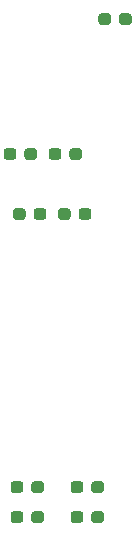
<source format=gbr>
G04 #@! TF.GenerationSoftware,KiCad,Pcbnew,(5.0.0)*
G04 #@! TF.CreationDate,2019-02-06T23:56:32-08:00*
G04 #@! TF.ProjectId,Tele(8)_PCB_v1,54656C652838295F5043425F76312E6B,rev?*
G04 #@! TF.SameCoordinates,Original*
G04 #@! TF.FileFunction,Paste,Top*
G04 #@! TF.FilePolarity,Positive*
%FSLAX46Y46*%
G04 Gerber Fmt 4.6, Leading zero omitted, Abs format (unit mm)*
G04 Created by KiCad (PCBNEW (5.0.0)) date 02/06/19 23:56:32*
%MOMM*%
%LPD*%
G01*
G04 APERTURE LIST*
%ADD10C,0.100000*%
%ADD11C,0.950000*%
G04 APERTURE END LIST*
D10*
G04 #@! TO.C,D1*
G36*
X98687553Y-117891526D02*
X98710608Y-117894945D01*
X98733217Y-117900609D01*
X98755161Y-117908461D01*
X98776231Y-117918426D01*
X98796222Y-117930408D01*
X98814942Y-117944292D01*
X98832212Y-117959944D01*
X98847864Y-117977214D01*
X98861748Y-117995934D01*
X98873730Y-118015925D01*
X98883695Y-118036995D01*
X98891547Y-118058939D01*
X98897211Y-118081548D01*
X98900630Y-118104603D01*
X98901774Y-118127882D01*
X98901774Y-118602882D01*
X98900630Y-118626161D01*
X98897211Y-118649216D01*
X98891547Y-118671825D01*
X98883695Y-118693769D01*
X98873730Y-118714839D01*
X98861748Y-118734830D01*
X98847864Y-118753550D01*
X98832212Y-118770820D01*
X98814942Y-118786472D01*
X98796222Y-118800356D01*
X98776231Y-118812338D01*
X98755161Y-118822303D01*
X98733217Y-118830155D01*
X98710608Y-118835819D01*
X98687553Y-118839238D01*
X98664274Y-118840382D01*
X98089274Y-118840382D01*
X98065995Y-118839238D01*
X98042940Y-118835819D01*
X98020331Y-118830155D01*
X97998387Y-118822303D01*
X97977317Y-118812338D01*
X97957326Y-118800356D01*
X97938606Y-118786472D01*
X97921336Y-118770820D01*
X97905684Y-118753550D01*
X97891800Y-118734830D01*
X97879818Y-118714839D01*
X97869853Y-118693769D01*
X97862001Y-118671825D01*
X97856337Y-118649216D01*
X97852918Y-118626161D01*
X97851774Y-118602882D01*
X97851774Y-118127882D01*
X97852918Y-118104603D01*
X97856337Y-118081548D01*
X97862001Y-118058939D01*
X97869853Y-118036995D01*
X97879818Y-118015925D01*
X97891800Y-117995934D01*
X97905684Y-117977214D01*
X97921336Y-117959944D01*
X97938606Y-117944292D01*
X97957326Y-117930408D01*
X97977317Y-117918426D01*
X97998387Y-117908461D01*
X98020331Y-117900609D01*
X98042940Y-117894945D01*
X98065995Y-117891526D01*
X98089274Y-117890382D01*
X98664274Y-117890382D01*
X98687553Y-117891526D01*
X98687553Y-117891526D01*
G37*
D11*
X98376774Y-118365382D03*
D10*
G36*
X100437553Y-117891526D02*
X100460608Y-117894945D01*
X100483217Y-117900609D01*
X100505161Y-117908461D01*
X100526231Y-117918426D01*
X100546222Y-117930408D01*
X100564942Y-117944292D01*
X100582212Y-117959944D01*
X100597864Y-117977214D01*
X100611748Y-117995934D01*
X100623730Y-118015925D01*
X100633695Y-118036995D01*
X100641547Y-118058939D01*
X100647211Y-118081548D01*
X100650630Y-118104603D01*
X100651774Y-118127882D01*
X100651774Y-118602882D01*
X100650630Y-118626161D01*
X100647211Y-118649216D01*
X100641547Y-118671825D01*
X100633695Y-118693769D01*
X100623730Y-118714839D01*
X100611748Y-118734830D01*
X100597864Y-118753550D01*
X100582212Y-118770820D01*
X100564942Y-118786472D01*
X100546222Y-118800356D01*
X100526231Y-118812338D01*
X100505161Y-118822303D01*
X100483217Y-118830155D01*
X100460608Y-118835819D01*
X100437553Y-118839238D01*
X100414274Y-118840382D01*
X99839274Y-118840382D01*
X99815995Y-118839238D01*
X99792940Y-118835819D01*
X99770331Y-118830155D01*
X99748387Y-118822303D01*
X99727317Y-118812338D01*
X99707326Y-118800356D01*
X99688606Y-118786472D01*
X99671336Y-118770820D01*
X99655684Y-118753550D01*
X99641800Y-118734830D01*
X99629818Y-118714839D01*
X99619853Y-118693769D01*
X99612001Y-118671825D01*
X99606337Y-118649216D01*
X99602918Y-118626161D01*
X99601774Y-118602882D01*
X99601774Y-118127882D01*
X99602918Y-118104603D01*
X99606337Y-118081548D01*
X99612001Y-118058939D01*
X99619853Y-118036995D01*
X99629818Y-118015925D01*
X99641800Y-117995934D01*
X99655684Y-117977214D01*
X99671336Y-117959944D01*
X99688606Y-117944292D01*
X99707326Y-117930408D01*
X99727317Y-117918426D01*
X99748387Y-117908461D01*
X99770331Y-117900609D01*
X99792940Y-117894945D01*
X99815995Y-117891526D01*
X99839274Y-117890382D01*
X100414274Y-117890382D01*
X100437553Y-117891526D01*
X100437553Y-117891526D01*
G37*
D11*
X100126774Y-118365382D03*
G04 #@! TD*
D10*
G04 #@! TO.C,D2*
G36*
X100437553Y-120431526D02*
X100460608Y-120434945D01*
X100483217Y-120440609D01*
X100505161Y-120448461D01*
X100526231Y-120458426D01*
X100546222Y-120470408D01*
X100564942Y-120484292D01*
X100582212Y-120499944D01*
X100597864Y-120517214D01*
X100611748Y-120535934D01*
X100623730Y-120555925D01*
X100633695Y-120576995D01*
X100641547Y-120598939D01*
X100647211Y-120621548D01*
X100650630Y-120644603D01*
X100651774Y-120667882D01*
X100651774Y-121142882D01*
X100650630Y-121166161D01*
X100647211Y-121189216D01*
X100641547Y-121211825D01*
X100633695Y-121233769D01*
X100623730Y-121254839D01*
X100611748Y-121274830D01*
X100597864Y-121293550D01*
X100582212Y-121310820D01*
X100564942Y-121326472D01*
X100546222Y-121340356D01*
X100526231Y-121352338D01*
X100505161Y-121362303D01*
X100483217Y-121370155D01*
X100460608Y-121375819D01*
X100437553Y-121379238D01*
X100414274Y-121380382D01*
X99839274Y-121380382D01*
X99815995Y-121379238D01*
X99792940Y-121375819D01*
X99770331Y-121370155D01*
X99748387Y-121362303D01*
X99727317Y-121352338D01*
X99707326Y-121340356D01*
X99688606Y-121326472D01*
X99671336Y-121310820D01*
X99655684Y-121293550D01*
X99641800Y-121274830D01*
X99629818Y-121254839D01*
X99619853Y-121233769D01*
X99612001Y-121211825D01*
X99606337Y-121189216D01*
X99602918Y-121166161D01*
X99601774Y-121142882D01*
X99601774Y-120667882D01*
X99602918Y-120644603D01*
X99606337Y-120621548D01*
X99612001Y-120598939D01*
X99619853Y-120576995D01*
X99629818Y-120555925D01*
X99641800Y-120535934D01*
X99655684Y-120517214D01*
X99671336Y-120499944D01*
X99688606Y-120484292D01*
X99707326Y-120470408D01*
X99727317Y-120458426D01*
X99748387Y-120448461D01*
X99770331Y-120440609D01*
X99792940Y-120434945D01*
X99815995Y-120431526D01*
X99839274Y-120430382D01*
X100414274Y-120430382D01*
X100437553Y-120431526D01*
X100437553Y-120431526D01*
G37*
D11*
X100126774Y-120905382D03*
D10*
G36*
X98687553Y-120431526D02*
X98710608Y-120434945D01*
X98733217Y-120440609D01*
X98755161Y-120448461D01*
X98776231Y-120458426D01*
X98796222Y-120470408D01*
X98814942Y-120484292D01*
X98832212Y-120499944D01*
X98847864Y-120517214D01*
X98861748Y-120535934D01*
X98873730Y-120555925D01*
X98883695Y-120576995D01*
X98891547Y-120598939D01*
X98897211Y-120621548D01*
X98900630Y-120644603D01*
X98901774Y-120667882D01*
X98901774Y-121142882D01*
X98900630Y-121166161D01*
X98897211Y-121189216D01*
X98891547Y-121211825D01*
X98883695Y-121233769D01*
X98873730Y-121254839D01*
X98861748Y-121274830D01*
X98847864Y-121293550D01*
X98832212Y-121310820D01*
X98814942Y-121326472D01*
X98796222Y-121340356D01*
X98776231Y-121352338D01*
X98755161Y-121362303D01*
X98733217Y-121370155D01*
X98710608Y-121375819D01*
X98687553Y-121379238D01*
X98664274Y-121380382D01*
X98089274Y-121380382D01*
X98065995Y-121379238D01*
X98042940Y-121375819D01*
X98020331Y-121370155D01*
X97998387Y-121362303D01*
X97977317Y-121352338D01*
X97957326Y-121340356D01*
X97938606Y-121326472D01*
X97921336Y-121310820D01*
X97905684Y-121293550D01*
X97891800Y-121274830D01*
X97879818Y-121254839D01*
X97869853Y-121233769D01*
X97862001Y-121211825D01*
X97856337Y-121189216D01*
X97852918Y-121166161D01*
X97851774Y-121142882D01*
X97851774Y-120667882D01*
X97852918Y-120644603D01*
X97856337Y-120621548D01*
X97862001Y-120598939D01*
X97869853Y-120576995D01*
X97879818Y-120555925D01*
X97891800Y-120535934D01*
X97905684Y-120517214D01*
X97921336Y-120499944D01*
X97938606Y-120484292D01*
X97957326Y-120470408D01*
X97977317Y-120458426D01*
X97998387Y-120448461D01*
X98020331Y-120440609D01*
X98042940Y-120434945D01*
X98065995Y-120431526D01*
X98089274Y-120430382D01*
X98664274Y-120430382D01*
X98687553Y-120431526D01*
X98687553Y-120431526D01*
G37*
D11*
X98376774Y-120905382D03*
G04 #@! TD*
D10*
G04 #@! TO.C,R1*
G36*
X103767553Y-117891526D02*
X103790608Y-117894945D01*
X103813217Y-117900609D01*
X103835161Y-117908461D01*
X103856231Y-117918426D01*
X103876222Y-117930408D01*
X103894942Y-117944292D01*
X103912212Y-117959944D01*
X103927864Y-117977214D01*
X103941748Y-117995934D01*
X103953730Y-118015925D01*
X103963695Y-118036995D01*
X103971547Y-118058939D01*
X103977211Y-118081548D01*
X103980630Y-118104603D01*
X103981774Y-118127882D01*
X103981774Y-118602882D01*
X103980630Y-118626161D01*
X103977211Y-118649216D01*
X103971547Y-118671825D01*
X103963695Y-118693769D01*
X103953730Y-118714839D01*
X103941748Y-118734830D01*
X103927864Y-118753550D01*
X103912212Y-118770820D01*
X103894942Y-118786472D01*
X103876222Y-118800356D01*
X103856231Y-118812338D01*
X103835161Y-118822303D01*
X103813217Y-118830155D01*
X103790608Y-118835819D01*
X103767553Y-118839238D01*
X103744274Y-118840382D01*
X103169274Y-118840382D01*
X103145995Y-118839238D01*
X103122940Y-118835819D01*
X103100331Y-118830155D01*
X103078387Y-118822303D01*
X103057317Y-118812338D01*
X103037326Y-118800356D01*
X103018606Y-118786472D01*
X103001336Y-118770820D01*
X102985684Y-118753550D01*
X102971800Y-118734830D01*
X102959818Y-118714839D01*
X102949853Y-118693769D01*
X102942001Y-118671825D01*
X102936337Y-118649216D01*
X102932918Y-118626161D01*
X102931774Y-118602882D01*
X102931774Y-118127882D01*
X102932918Y-118104603D01*
X102936337Y-118081548D01*
X102942001Y-118058939D01*
X102949853Y-118036995D01*
X102959818Y-118015925D01*
X102971800Y-117995934D01*
X102985684Y-117977214D01*
X103001336Y-117959944D01*
X103018606Y-117944292D01*
X103037326Y-117930408D01*
X103057317Y-117918426D01*
X103078387Y-117908461D01*
X103100331Y-117900609D01*
X103122940Y-117894945D01*
X103145995Y-117891526D01*
X103169274Y-117890382D01*
X103744274Y-117890382D01*
X103767553Y-117891526D01*
X103767553Y-117891526D01*
G37*
D11*
X103456774Y-118365382D03*
D10*
G36*
X105517553Y-117891526D02*
X105540608Y-117894945D01*
X105563217Y-117900609D01*
X105585161Y-117908461D01*
X105606231Y-117918426D01*
X105626222Y-117930408D01*
X105644942Y-117944292D01*
X105662212Y-117959944D01*
X105677864Y-117977214D01*
X105691748Y-117995934D01*
X105703730Y-118015925D01*
X105713695Y-118036995D01*
X105721547Y-118058939D01*
X105727211Y-118081548D01*
X105730630Y-118104603D01*
X105731774Y-118127882D01*
X105731774Y-118602882D01*
X105730630Y-118626161D01*
X105727211Y-118649216D01*
X105721547Y-118671825D01*
X105713695Y-118693769D01*
X105703730Y-118714839D01*
X105691748Y-118734830D01*
X105677864Y-118753550D01*
X105662212Y-118770820D01*
X105644942Y-118786472D01*
X105626222Y-118800356D01*
X105606231Y-118812338D01*
X105585161Y-118822303D01*
X105563217Y-118830155D01*
X105540608Y-118835819D01*
X105517553Y-118839238D01*
X105494274Y-118840382D01*
X104919274Y-118840382D01*
X104895995Y-118839238D01*
X104872940Y-118835819D01*
X104850331Y-118830155D01*
X104828387Y-118822303D01*
X104807317Y-118812338D01*
X104787326Y-118800356D01*
X104768606Y-118786472D01*
X104751336Y-118770820D01*
X104735684Y-118753550D01*
X104721800Y-118734830D01*
X104709818Y-118714839D01*
X104699853Y-118693769D01*
X104692001Y-118671825D01*
X104686337Y-118649216D01*
X104682918Y-118626161D01*
X104681774Y-118602882D01*
X104681774Y-118127882D01*
X104682918Y-118104603D01*
X104686337Y-118081548D01*
X104692001Y-118058939D01*
X104699853Y-118036995D01*
X104709818Y-118015925D01*
X104721800Y-117995934D01*
X104735684Y-117977214D01*
X104751336Y-117959944D01*
X104768606Y-117944292D01*
X104787326Y-117930408D01*
X104807317Y-117918426D01*
X104828387Y-117908461D01*
X104850331Y-117900609D01*
X104872940Y-117894945D01*
X104895995Y-117891526D01*
X104919274Y-117890382D01*
X105494274Y-117890382D01*
X105517553Y-117891526D01*
X105517553Y-117891526D01*
G37*
D11*
X105206774Y-118365382D03*
G04 #@! TD*
D10*
G04 #@! TO.C,R2*
G36*
X105517553Y-120431526D02*
X105540608Y-120434945D01*
X105563217Y-120440609D01*
X105585161Y-120448461D01*
X105606231Y-120458426D01*
X105626222Y-120470408D01*
X105644942Y-120484292D01*
X105662212Y-120499944D01*
X105677864Y-120517214D01*
X105691748Y-120535934D01*
X105703730Y-120555925D01*
X105713695Y-120576995D01*
X105721547Y-120598939D01*
X105727211Y-120621548D01*
X105730630Y-120644603D01*
X105731774Y-120667882D01*
X105731774Y-121142882D01*
X105730630Y-121166161D01*
X105727211Y-121189216D01*
X105721547Y-121211825D01*
X105713695Y-121233769D01*
X105703730Y-121254839D01*
X105691748Y-121274830D01*
X105677864Y-121293550D01*
X105662212Y-121310820D01*
X105644942Y-121326472D01*
X105626222Y-121340356D01*
X105606231Y-121352338D01*
X105585161Y-121362303D01*
X105563217Y-121370155D01*
X105540608Y-121375819D01*
X105517553Y-121379238D01*
X105494274Y-121380382D01*
X104919274Y-121380382D01*
X104895995Y-121379238D01*
X104872940Y-121375819D01*
X104850331Y-121370155D01*
X104828387Y-121362303D01*
X104807317Y-121352338D01*
X104787326Y-121340356D01*
X104768606Y-121326472D01*
X104751336Y-121310820D01*
X104735684Y-121293550D01*
X104721800Y-121274830D01*
X104709818Y-121254839D01*
X104699853Y-121233769D01*
X104692001Y-121211825D01*
X104686337Y-121189216D01*
X104682918Y-121166161D01*
X104681774Y-121142882D01*
X104681774Y-120667882D01*
X104682918Y-120644603D01*
X104686337Y-120621548D01*
X104692001Y-120598939D01*
X104699853Y-120576995D01*
X104709818Y-120555925D01*
X104721800Y-120535934D01*
X104735684Y-120517214D01*
X104751336Y-120499944D01*
X104768606Y-120484292D01*
X104787326Y-120470408D01*
X104807317Y-120458426D01*
X104828387Y-120448461D01*
X104850331Y-120440609D01*
X104872940Y-120434945D01*
X104895995Y-120431526D01*
X104919274Y-120430382D01*
X105494274Y-120430382D01*
X105517553Y-120431526D01*
X105517553Y-120431526D01*
G37*
D11*
X105206774Y-120905382D03*
D10*
G36*
X103767553Y-120431526D02*
X103790608Y-120434945D01*
X103813217Y-120440609D01*
X103835161Y-120448461D01*
X103856231Y-120458426D01*
X103876222Y-120470408D01*
X103894942Y-120484292D01*
X103912212Y-120499944D01*
X103927864Y-120517214D01*
X103941748Y-120535934D01*
X103953730Y-120555925D01*
X103963695Y-120576995D01*
X103971547Y-120598939D01*
X103977211Y-120621548D01*
X103980630Y-120644603D01*
X103981774Y-120667882D01*
X103981774Y-121142882D01*
X103980630Y-121166161D01*
X103977211Y-121189216D01*
X103971547Y-121211825D01*
X103963695Y-121233769D01*
X103953730Y-121254839D01*
X103941748Y-121274830D01*
X103927864Y-121293550D01*
X103912212Y-121310820D01*
X103894942Y-121326472D01*
X103876222Y-121340356D01*
X103856231Y-121352338D01*
X103835161Y-121362303D01*
X103813217Y-121370155D01*
X103790608Y-121375819D01*
X103767553Y-121379238D01*
X103744274Y-121380382D01*
X103169274Y-121380382D01*
X103145995Y-121379238D01*
X103122940Y-121375819D01*
X103100331Y-121370155D01*
X103078387Y-121362303D01*
X103057317Y-121352338D01*
X103037326Y-121340356D01*
X103018606Y-121326472D01*
X103001336Y-121310820D01*
X102985684Y-121293550D01*
X102971800Y-121274830D01*
X102959818Y-121254839D01*
X102949853Y-121233769D01*
X102942001Y-121211825D01*
X102936337Y-121189216D01*
X102932918Y-121166161D01*
X102931774Y-121142882D01*
X102931774Y-120667882D01*
X102932918Y-120644603D01*
X102936337Y-120621548D01*
X102942001Y-120598939D01*
X102949853Y-120576995D01*
X102959818Y-120555925D01*
X102971800Y-120535934D01*
X102985684Y-120517214D01*
X103001336Y-120499944D01*
X103018606Y-120484292D01*
X103037326Y-120470408D01*
X103057317Y-120458426D01*
X103078387Y-120448461D01*
X103100331Y-120440609D01*
X103122940Y-120434945D01*
X103145995Y-120431526D01*
X103169274Y-120430382D01*
X103744274Y-120430382D01*
X103767553Y-120431526D01*
X103767553Y-120431526D01*
G37*
D11*
X103456774Y-120905382D03*
G04 #@! TD*
D10*
G04 #@! TO.C,R4*
G36*
X101910779Y-89696144D02*
X101933834Y-89699563D01*
X101956443Y-89705227D01*
X101978387Y-89713079D01*
X101999457Y-89723044D01*
X102019448Y-89735026D01*
X102038168Y-89748910D01*
X102055438Y-89764562D01*
X102071090Y-89781832D01*
X102084974Y-89800552D01*
X102096956Y-89820543D01*
X102106921Y-89841613D01*
X102114773Y-89863557D01*
X102120437Y-89886166D01*
X102123856Y-89909221D01*
X102125000Y-89932500D01*
X102125000Y-90407500D01*
X102123856Y-90430779D01*
X102120437Y-90453834D01*
X102114773Y-90476443D01*
X102106921Y-90498387D01*
X102096956Y-90519457D01*
X102084974Y-90539448D01*
X102071090Y-90558168D01*
X102055438Y-90575438D01*
X102038168Y-90591090D01*
X102019448Y-90604974D01*
X101999457Y-90616956D01*
X101978387Y-90626921D01*
X101956443Y-90634773D01*
X101933834Y-90640437D01*
X101910779Y-90643856D01*
X101887500Y-90645000D01*
X101312500Y-90645000D01*
X101289221Y-90643856D01*
X101266166Y-90640437D01*
X101243557Y-90634773D01*
X101221613Y-90626921D01*
X101200543Y-90616956D01*
X101180552Y-90604974D01*
X101161832Y-90591090D01*
X101144562Y-90575438D01*
X101128910Y-90558168D01*
X101115026Y-90539448D01*
X101103044Y-90519457D01*
X101093079Y-90498387D01*
X101085227Y-90476443D01*
X101079563Y-90453834D01*
X101076144Y-90430779D01*
X101075000Y-90407500D01*
X101075000Y-89932500D01*
X101076144Y-89909221D01*
X101079563Y-89886166D01*
X101085227Y-89863557D01*
X101093079Y-89841613D01*
X101103044Y-89820543D01*
X101115026Y-89800552D01*
X101128910Y-89781832D01*
X101144562Y-89764562D01*
X101161832Y-89748910D01*
X101180552Y-89735026D01*
X101200543Y-89723044D01*
X101221613Y-89713079D01*
X101243557Y-89705227D01*
X101266166Y-89699563D01*
X101289221Y-89696144D01*
X101312500Y-89695000D01*
X101887500Y-89695000D01*
X101910779Y-89696144D01*
X101910779Y-89696144D01*
G37*
D11*
X101600000Y-90170000D03*
D10*
G36*
X103660779Y-89696144D02*
X103683834Y-89699563D01*
X103706443Y-89705227D01*
X103728387Y-89713079D01*
X103749457Y-89723044D01*
X103769448Y-89735026D01*
X103788168Y-89748910D01*
X103805438Y-89764562D01*
X103821090Y-89781832D01*
X103834974Y-89800552D01*
X103846956Y-89820543D01*
X103856921Y-89841613D01*
X103864773Y-89863557D01*
X103870437Y-89886166D01*
X103873856Y-89909221D01*
X103875000Y-89932500D01*
X103875000Y-90407500D01*
X103873856Y-90430779D01*
X103870437Y-90453834D01*
X103864773Y-90476443D01*
X103856921Y-90498387D01*
X103846956Y-90519457D01*
X103834974Y-90539448D01*
X103821090Y-90558168D01*
X103805438Y-90575438D01*
X103788168Y-90591090D01*
X103769448Y-90604974D01*
X103749457Y-90616956D01*
X103728387Y-90626921D01*
X103706443Y-90634773D01*
X103683834Y-90640437D01*
X103660779Y-90643856D01*
X103637500Y-90645000D01*
X103062500Y-90645000D01*
X103039221Y-90643856D01*
X103016166Y-90640437D01*
X102993557Y-90634773D01*
X102971613Y-90626921D01*
X102950543Y-90616956D01*
X102930552Y-90604974D01*
X102911832Y-90591090D01*
X102894562Y-90575438D01*
X102878910Y-90558168D01*
X102865026Y-90539448D01*
X102853044Y-90519457D01*
X102843079Y-90498387D01*
X102835227Y-90476443D01*
X102829563Y-90453834D01*
X102826144Y-90430779D01*
X102825000Y-90407500D01*
X102825000Y-89932500D01*
X102826144Y-89909221D01*
X102829563Y-89886166D01*
X102835227Y-89863557D01*
X102843079Y-89841613D01*
X102853044Y-89820543D01*
X102865026Y-89800552D01*
X102878910Y-89781832D01*
X102894562Y-89764562D01*
X102911832Y-89748910D01*
X102930552Y-89735026D01*
X102950543Y-89723044D01*
X102971613Y-89713079D01*
X102993557Y-89705227D01*
X103016166Y-89699563D01*
X103039221Y-89696144D01*
X103062500Y-89695000D01*
X103637500Y-89695000D01*
X103660779Y-89696144D01*
X103660779Y-89696144D01*
G37*
D11*
X103350000Y-90170000D03*
G04 #@! TD*
D10*
G04 #@! TO.C,R5*
G36*
X99850779Y-89696144D02*
X99873834Y-89699563D01*
X99896443Y-89705227D01*
X99918387Y-89713079D01*
X99939457Y-89723044D01*
X99959448Y-89735026D01*
X99978168Y-89748910D01*
X99995438Y-89764562D01*
X100011090Y-89781832D01*
X100024974Y-89800552D01*
X100036956Y-89820543D01*
X100046921Y-89841613D01*
X100054773Y-89863557D01*
X100060437Y-89886166D01*
X100063856Y-89909221D01*
X100065000Y-89932500D01*
X100065000Y-90407500D01*
X100063856Y-90430779D01*
X100060437Y-90453834D01*
X100054773Y-90476443D01*
X100046921Y-90498387D01*
X100036956Y-90519457D01*
X100024974Y-90539448D01*
X100011090Y-90558168D01*
X99995438Y-90575438D01*
X99978168Y-90591090D01*
X99959448Y-90604974D01*
X99939457Y-90616956D01*
X99918387Y-90626921D01*
X99896443Y-90634773D01*
X99873834Y-90640437D01*
X99850779Y-90643856D01*
X99827500Y-90645000D01*
X99252500Y-90645000D01*
X99229221Y-90643856D01*
X99206166Y-90640437D01*
X99183557Y-90634773D01*
X99161613Y-90626921D01*
X99140543Y-90616956D01*
X99120552Y-90604974D01*
X99101832Y-90591090D01*
X99084562Y-90575438D01*
X99068910Y-90558168D01*
X99055026Y-90539448D01*
X99043044Y-90519457D01*
X99033079Y-90498387D01*
X99025227Y-90476443D01*
X99019563Y-90453834D01*
X99016144Y-90430779D01*
X99015000Y-90407500D01*
X99015000Y-89932500D01*
X99016144Y-89909221D01*
X99019563Y-89886166D01*
X99025227Y-89863557D01*
X99033079Y-89841613D01*
X99043044Y-89820543D01*
X99055026Y-89800552D01*
X99068910Y-89781832D01*
X99084562Y-89764562D01*
X99101832Y-89748910D01*
X99120552Y-89735026D01*
X99140543Y-89723044D01*
X99161613Y-89713079D01*
X99183557Y-89705227D01*
X99206166Y-89699563D01*
X99229221Y-89696144D01*
X99252500Y-89695000D01*
X99827500Y-89695000D01*
X99850779Y-89696144D01*
X99850779Y-89696144D01*
G37*
D11*
X99540000Y-90170000D03*
D10*
G36*
X98100779Y-89696144D02*
X98123834Y-89699563D01*
X98146443Y-89705227D01*
X98168387Y-89713079D01*
X98189457Y-89723044D01*
X98209448Y-89735026D01*
X98228168Y-89748910D01*
X98245438Y-89764562D01*
X98261090Y-89781832D01*
X98274974Y-89800552D01*
X98286956Y-89820543D01*
X98296921Y-89841613D01*
X98304773Y-89863557D01*
X98310437Y-89886166D01*
X98313856Y-89909221D01*
X98315000Y-89932500D01*
X98315000Y-90407500D01*
X98313856Y-90430779D01*
X98310437Y-90453834D01*
X98304773Y-90476443D01*
X98296921Y-90498387D01*
X98286956Y-90519457D01*
X98274974Y-90539448D01*
X98261090Y-90558168D01*
X98245438Y-90575438D01*
X98228168Y-90591090D01*
X98209448Y-90604974D01*
X98189457Y-90616956D01*
X98168387Y-90626921D01*
X98146443Y-90634773D01*
X98123834Y-90640437D01*
X98100779Y-90643856D01*
X98077500Y-90645000D01*
X97502500Y-90645000D01*
X97479221Y-90643856D01*
X97456166Y-90640437D01*
X97433557Y-90634773D01*
X97411613Y-90626921D01*
X97390543Y-90616956D01*
X97370552Y-90604974D01*
X97351832Y-90591090D01*
X97334562Y-90575438D01*
X97318910Y-90558168D01*
X97305026Y-90539448D01*
X97293044Y-90519457D01*
X97283079Y-90498387D01*
X97275227Y-90476443D01*
X97269563Y-90453834D01*
X97266144Y-90430779D01*
X97265000Y-90407500D01*
X97265000Y-89932500D01*
X97266144Y-89909221D01*
X97269563Y-89886166D01*
X97275227Y-89863557D01*
X97283079Y-89841613D01*
X97293044Y-89820543D01*
X97305026Y-89800552D01*
X97318910Y-89781832D01*
X97334562Y-89764562D01*
X97351832Y-89748910D01*
X97370552Y-89735026D01*
X97390543Y-89723044D01*
X97411613Y-89713079D01*
X97433557Y-89705227D01*
X97456166Y-89699563D01*
X97479221Y-89696144D01*
X97502500Y-89695000D01*
X98077500Y-89695000D01*
X98100779Y-89696144D01*
X98100779Y-89696144D01*
G37*
D11*
X97790000Y-90170000D03*
G04 #@! TD*
D10*
G04 #@! TO.C,R6*
G36*
X100640779Y-94776144D02*
X100663834Y-94779563D01*
X100686443Y-94785227D01*
X100708387Y-94793079D01*
X100729457Y-94803044D01*
X100749448Y-94815026D01*
X100768168Y-94828910D01*
X100785438Y-94844562D01*
X100801090Y-94861832D01*
X100814974Y-94880552D01*
X100826956Y-94900543D01*
X100836921Y-94921613D01*
X100844773Y-94943557D01*
X100850437Y-94966166D01*
X100853856Y-94989221D01*
X100855000Y-95012500D01*
X100855000Y-95487500D01*
X100853856Y-95510779D01*
X100850437Y-95533834D01*
X100844773Y-95556443D01*
X100836921Y-95578387D01*
X100826956Y-95599457D01*
X100814974Y-95619448D01*
X100801090Y-95638168D01*
X100785438Y-95655438D01*
X100768168Y-95671090D01*
X100749448Y-95684974D01*
X100729457Y-95696956D01*
X100708387Y-95706921D01*
X100686443Y-95714773D01*
X100663834Y-95720437D01*
X100640779Y-95723856D01*
X100617500Y-95725000D01*
X100042500Y-95725000D01*
X100019221Y-95723856D01*
X99996166Y-95720437D01*
X99973557Y-95714773D01*
X99951613Y-95706921D01*
X99930543Y-95696956D01*
X99910552Y-95684974D01*
X99891832Y-95671090D01*
X99874562Y-95655438D01*
X99858910Y-95638168D01*
X99845026Y-95619448D01*
X99833044Y-95599457D01*
X99823079Y-95578387D01*
X99815227Y-95556443D01*
X99809563Y-95533834D01*
X99806144Y-95510779D01*
X99805000Y-95487500D01*
X99805000Y-95012500D01*
X99806144Y-94989221D01*
X99809563Y-94966166D01*
X99815227Y-94943557D01*
X99823079Y-94921613D01*
X99833044Y-94900543D01*
X99845026Y-94880552D01*
X99858910Y-94861832D01*
X99874562Y-94844562D01*
X99891832Y-94828910D01*
X99910552Y-94815026D01*
X99930543Y-94803044D01*
X99951613Y-94793079D01*
X99973557Y-94785227D01*
X99996166Y-94779563D01*
X100019221Y-94776144D01*
X100042500Y-94775000D01*
X100617500Y-94775000D01*
X100640779Y-94776144D01*
X100640779Y-94776144D01*
G37*
D11*
X100330000Y-95250000D03*
D10*
G36*
X98890779Y-94776144D02*
X98913834Y-94779563D01*
X98936443Y-94785227D01*
X98958387Y-94793079D01*
X98979457Y-94803044D01*
X98999448Y-94815026D01*
X99018168Y-94828910D01*
X99035438Y-94844562D01*
X99051090Y-94861832D01*
X99064974Y-94880552D01*
X99076956Y-94900543D01*
X99086921Y-94921613D01*
X99094773Y-94943557D01*
X99100437Y-94966166D01*
X99103856Y-94989221D01*
X99105000Y-95012500D01*
X99105000Y-95487500D01*
X99103856Y-95510779D01*
X99100437Y-95533834D01*
X99094773Y-95556443D01*
X99086921Y-95578387D01*
X99076956Y-95599457D01*
X99064974Y-95619448D01*
X99051090Y-95638168D01*
X99035438Y-95655438D01*
X99018168Y-95671090D01*
X98999448Y-95684974D01*
X98979457Y-95696956D01*
X98958387Y-95706921D01*
X98936443Y-95714773D01*
X98913834Y-95720437D01*
X98890779Y-95723856D01*
X98867500Y-95725000D01*
X98292500Y-95725000D01*
X98269221Y-95723856D01*
X98246166Y-95720437D01*
X98223557Y-95714773D01*
X98201613Y-95706921D01*
X98180543Y-95696956D01*
X98160552Y-95684974D01*
X98141832Y-95671090D01*
X98124562Y-95655438D01*
X98108910Y-95638168D01*
X98095026Y-95619448D01*
X98083044Y-95599457D01*
X98073079Y-95578387D01*
X98065227Y-95556443D01*
X98059563Y-95533834D01*
X98056144Y-95510779D01*
X98055000Y-95487500D01*
X98055000Y-95012500D01*
X98056144Y-94989221D01*
X98059563Y-94966166D01*
X98065227Y-94943557D01*
X98073079Y-94921613D01*
X98083044Y-94900543D01*
X98095026Y-94880552D01*
X98108910Y-94861832D01*
X98124562Y-94844562D01*
X98141832Y-94828910D01*
X98160552Y-94815026D01*
X98180543Y-94803044D01*
X98201613Y-94793079D01*
X98223557Y-94785227D01*
X98246166Y-94779563D01*
X98269221Y-94776144D01*
X98292500Y-94775000D01*
X98867500Y-94775000D01*
X98890779Y-94776144D01*
X98890779Y-94776144D01*
G37*
D11*
X98580000Y-95250000D03*
G04 #@! TD*
D10*
G04 #@! TO.C,R7*
G36*
X102700779Y-94776144D02*
X102723834Y-94779563D01*
X102746443Y-94785227D01*
X102768387Y-94793079D01*
X102789457Y-94803044D01*
X102809448Y-94815026D01*
X102828168Y-94828910D01*
X102845438Y-94844562D01*
X102861090Y-94861832D01*
X102874974Y-94880552D01*
X102886956Y-94900543D01*
X102896921Y-94921613D01*
X102904773Y-94943557D01*
X102910437Y-94966166D01*
X102913856Y-94989221D01*
X102915000Y-95012500D01*
X102915000Y-95487500D01*
X102913856Y-95510779D01*
X102910437Y-95533834D01*
X102904773Y-95556443D01*
X102896921Y-95578387D01*
X102886956Y-95599457D01*
X102874974Y-95619448D01*
X102861090Y-95638168D01*
X102845438Y-95655438D01*
X102828168Y-95671090D01*
X102809448Y-95684974D01*
X102789457Y-95696956D01*
X102768387Y-95706921D01*
X102746443Y-95714773D01*
X102723834Y-95720437D01*
X102700779Y-95723856D01*
X102677500Y-95725000D01*
X102102500Y-95725000D01*
X102079221Y-95723856D01*
X102056166Y-95720437D01*
X102033557Y-95714773D01*
X102011613Y-95706921D01*
X101990543Y-95696956D01*
X101970552Y-95684974D01*
X101951832Y-95671090D01*
X101934562Y-95655438D01*
X101918910Y-95638168D01*
X101905026Y-95619448D01*
X101893044Y-95599457D01*
X101883079Y-95578387D01*
X101875227Y-95556443D01*
X101869563Y-95533834D01*
X101866144Y-95510779D01*
X101865000Y-95487500D01*
X101865000Y-95012500D01*
X101866144Y-94989221D01*
X101869563Y-94966166D01*
X101875227Y-94943557D01*
X101883079Y-94921613D01*
X101893044Y-94900543D01*
X101905026Y-94880552D01*
X101918910Y-94861832D01*
X101934562Y-94844562D01*
X101951832Y-94828910D01*
X101970552Y-94815026D01*
X101990543Y-94803044D01*
X102011613Y-94793079D01*
X102033557Y-94785227D01*
X102056166Y-94779563D01*
X102079221Y-94776144D01*
X102102500Y-94775000D01*
X102677500Y-94775000D01*
X102700779Y-94776144D01*
X102700779Y-94776144D01*
G37*
D11*
X102390000Y-95250000D03*
D10*
G36*
X104450779Y-94776144D02*
X104473834Y-94779563D01*
X104496443Y-94785227D01*
X104518387Y-94793079D01*
X104539457Y-94803044D01*
X104559448Y-94815026D01*
X104578168Y-94828910D01*
X104595438Y-94844562D01*
X104611090Y-94861832D01*
X104624974Y-94880552D01*
X104636956Y-94900543D01*
X104646921Y-94921613D01*
X104654773Y-94943557D01*
X104660437Y-94966166D01*
X104663856Y-94989221D01*
X104665000Y-95012500D01*
X104665000Y-95487500D01*
X104663856Y-95510779D01*
X104660437Y-95533834D01*
X104654773Y-95556443D01*
X104646921Y-95578387D01*
X104636956Y-95599457D01*
X104624974Y-95619448D01*
X104611090Y-95638168D01*
X104595438Y-95655438D01*
X104578168Y-95671090D01*
X104559448Y-95684974D01*
X104539457Y-95696956D01*
X104518387Y-95706921D01*
X104496443Y-95714773D01*
X104473834Y-95720437D01*
X104450779Y-95723856D01*
X104427500Y-95725000D01*
X103852500Y-95725000D01*
X103829221Y-95723856D01*
X103806166Y-95720437D01*
X103783557Y-95714773D01*
X103761613Y-95706921D01*
X103740543Y-95696956D01*
X103720552Y-95684974D01*
X103701832Y-95671090D01*
X103684562Y-95655438D01*
X103668910Y-95638168D01*
X103655026Y-95619448D01*
X103643044Y-95599457D01*
X103633079Y-95578387D01*
X103625227Y-95556443D01*
X103619563Y-95533834D01*
X103616144Y-95510779D01*
X103615000Y-95487500D01*
X103615000Y-95012500D01*
X103616144Y-94989221D01*
X103619563Y-94966166D01*
X103625227Y-94943557D01*
X103633079Y-94921613D01*
X103643044Y-94900543D01*
X103655026Y-94880552D01*
X103668910Y-94861832D01*
X103684562Y-94844562D01*
X103701832Y-94828910D01*
X103720552Y-94815026D01*
X103740543Y-94803044D01*
X103761613Y-94793079D01*
X103783557Y-94785227D01*
X103806166Y-94779563D01*
X103829221Y-94776144D01*
X103852500Y-94775000D01*
X104427500Y-94775000D01*
X104450779Y-94776144D01*
X104450779Y-94776144D01*
G37*
D11*
X104140000Y-95250000D03*
G04 #@! TD*
D10*
G04 #@! TO.C,R8*
G36*
X106115779Y-78266144D02*
X106138834Y-78269563D01*
X106161443Y-78275227D01*
X106183387Y-78283079D01*
X106204457Y-78293044D01*
X106224448Y-78305026D01*
X106243168Y-78318910D01*
X106260438Y-78334562D01*
X106276090Y-78351832D01*
X106289974Y-78370552D01*
X106301956Y-78390543D01*
X106311921Y-78411613D01*
X106319773Y-78433557D01*
X106325437Y-78456166D01*
X106328856Y-78479221D01*
X106330000Y-78502500D01*
X106330000Y-78977500D01*
X106328856Y-79000779D01*
X106325437Y-79023834D01*
X106319773Y-79046443D01*
X106311921Y-79068387D01*
X106301956Y-79089457D01*
X106289974Y-79109448D01*
X106276090Y-79128168D01*
X106260438Y-79145438D01*
X106243168Y-79161090D01*
X106224448Y-79174974D01*
X106204457Y-79186956D01*
X106183387Y-79196921D01*
X106161443Y-79204773D01*
X106138834Y-79210437D01*
X106115779Y-79213856D01*
X106092500Y-79215000D01*
X105517500Y-79215000D01*
X105494221Y-79213856D01*
X105471166Y-79210437D01*
X105448557Y-79204773D01*
X105426613Y-79196921D01*
X105405543Y-79186956D01*
X105385552Y-79174974D01*
X105366832Y-79161090D01*
X105349562Y-79145438D01*
X105333910Y-79128168D01*
X105320026Y-79109448D01*
X105308044Y-79089457D01*
X105298079Y-79068387D01*
X105290227Y-79046443D01*
X105284563Y-79023834D01*
X105281144Y-79000779D01*
X105280000Y-78977500D01*
X105280000Y-78502500D01*
X105281144Y-78479221D01*
X105284563Y-78456166D01*
X105290227Y-78433557D01*
X105298079Y-78411613D01*
X105308044Y-78390543D01*
X105320026Y-78370552D01*
X105333910Y-78351832D01*
X105349562Y-78334562D01*
X105366832Y-78318910D01*
X105385552Y-78305026D01*
X105405543Y-78293044D01*
X105426613Y-78283079D01*
X105448557Y-78275227D01*
X105471166Y-78269563D01*
X105494221Y-78266144D01*
X105517500Y-78265000D01*
X106092500Y-78265000D01*
X106115779Y-78266144D01*
X106115779Y-78266144D01*
G37*
D11*
X105805000Y-78740000D03*
D10*
G36*
X107865779Y-78266144D02*
X107888834Y-78269563D01*
X107911443Y-78275227D01*
X107933387Y-78283079D01*
X107954457Y-78293044D01*
X107974448Y-78305026D01*
X107993168Y-78318910D01*
X108010438Y-78334562D01*
X108026090Y-78351832D01*
X108039974Y-78370552D01*
X108051956Y-78390543D01*
X108061921Y-78411613D01*
X108069773Y-78433557D01*
X108075437Y-78456166D01*
X108078856Y-78479221D01*
X108080000Y-78502500D01*
X108080000Y-78977500D01*
X108078856Y-79000779D01*
X108075437Y-79023834D01*
X108069773Y-79046443D01*
X108061921Y-79068387D01*
X108051956Y-79089457D01*
X108039974Y-79109448D01*
X108026090Y-79128168D01*
X108010438Y-79145438D01*
X107993168Y-79161090D01*
X107974448Y-79174974D01*
X107954457Y-79186956D01*
X107933387Y-79196921D01*
X107911443Y-79204773D01*
X107888834Y-79210437D01*
X107865779Y-79213856D01*
X107842500Y-79215000D01*
X107267500Y-79215000D01*
X107244221Y-79213856D01*
X107221166Y-79210437D01*
X107198557Y-79204773D01*
X107176613Y-79196921D01*
X107155543Y-79186956D01*
X107135552Y-79174974D01*
X107116832Y-79161090D01*
X107099562Y-79145438D01*
X107083910Y-79128168D01*
X107070026Y-79109448D01*
X107058044Y-79089457D01*
X107048079Y-79068387D01*
X107040227Y-79046443D01*
X107034563Y-79023834D01*
X107031144Y-79000779D01*
X107030000Y-78977500D01*
X107030000Y-78502500D01*
X107031144Y-78479221D01*
X107034563Y-78456166D01*
X107040227Y-78433557D01*
X107048079Y-78411613D01*
X107058044Y-78390543D01*
X107070026Y-78370552D01*
X107083910Y-78351832D01*
X107099562Y-78334562D01*
X107116832Y-78318910D01*
X107135552Y-78305026D01*
X107155543Y-78293044D01*
X107176613Y-78283079D01*
X107198557Y-78275227D01*
X107221166Y-78269563D01*
X107244221Y-78266144D01*
X107267500Y-78265000D01*
X107842500Y-78265000D01*
X107865779Y-78266144D01*
X107865779Y-78266144D01*
G37*
D11*
X107555000Y-78740000D03*
G04 #@! TD*
M02*

</source>
